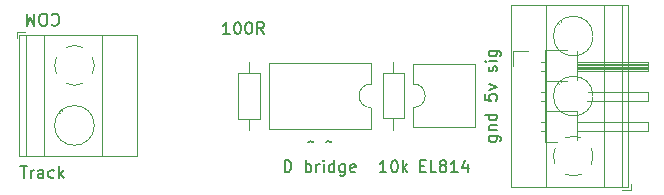
<source format=gbr>
%TF.GenerationSoftware,KiCad,Pcbnew,7.0.7*%
%TF.CreationDate,2024-02-24T13:28:42+01:00*%
%TF.ProjectId,current_sensor,63757272-656e-4745-9f73-656e736f722e,rev?*%
%TF.SameCoordinates,Original*%
%TF.FileFunction,Legend,Top*%
%TF.FilePolarity,Positive*%
%FSLAX46Y46*%
G04 Gerber Fmt 4.6, Leading zero omitted, Abs format (unit mm)*
G04 Created by KiCad (PCBNEW 7.0.7) date 2024-02-24 13:28:42*
%MOMM*%
%LPD*%
G01*
G04 APERTURE LIST*
%ADD10C,0.150000*%
%ADD11C,0.120000*%
%ADD12R,1.700000X1.700000*%
%ADD13O,1.700000X1.700000*%
%ADD14C,1.400000*%
%ADD15O,1.400000X1.400000*%
%ADD16C,3.200000*%
%ADD17R,2.600000X2.600000*%
%ADD18C,2.600000*%
%ADD19R,1.600000X1.600000*%
%ADD20O,1.600000X1.600000*%
G04 APERTURE END LIST*
D10*
X25009722Y-11934866D02*
X25057341Y-11887247D01*
X25057341Y-11887247D02*
X25152579Y-11839628D01*
X25152579Y-11839628D02*
X25343055Y-11934866D01*
X25343055Y-11934866D02*
X25438293Y-11887247D01*
X25438293Y-11887247D02*
X25485912Y-11839628D01*
X26485913Y-11934866D02*
X26533532Y-11887247D01*
X26533532Y-11887247D02*
X26628770Y-11839628D01*
X26628770Y-11839628D02*
X26819246Y-11934866D01*
X26819246Y-11934866D02*
X26914484Y-11887247D01*
X26914484Y-11887247D02*
X26962103Y-11839628D01*
X40288152Y-11404762D02*
X41097676Y-11404762D01*
X41097676Y-11404762D02*
X41192914Y-11452381D01*
X41192914Y-11452381D02*
X41240533Y-11500000D01*
X41240533Y-11500000D02*
X41288152Y-11595238D01*
X41288152Y-11595238D02*
X41288152Y-11738095D01*
X41288152Y-11738095D02*
X41240533Y-11833333D01*
X40907200Y-11404762D02*
X40954819Y-11500000D01*
X40954819Y-11500000D02*
X40954819Y-11690476D01*
X40954819Y-11690476D02*
X40907200Y-11785714D01*
X40907200Y-11785714D02*
X40859580Y-11833333D01*
X40859580Y-11833333D02*
X40764342Y-11880952D01*
X40764342Y-11880952D02*
X40478628Y-11880952D01*
X40478628Y-11880952D02*
X40383390Y-11833333D01*
X40383390Y-11833333D02*
X40335771Y-11785714D01*
X40335771Y-11785714D02*
X40288152Y-11690476D01*
X40288152Y-11690476D02*
X40288152Y-11500000D01*
X40288152Y-11500000D02*
X40335771Y-11404762D01*
X40288152Y-10928571D02*
X40954819Y-10928571D01*
X40383390Y-10928571D02*
X40335771Y-10880952D01*
X40335771Y-10880952D02*
X40288152Y-10785714D01*
X40288152Y-10785714D02*
X40288152Y-10642857D01*
X40288152Y-10642857D02*
X40335771Y-10547619D01*
X40335771Y-10547619D02*
X40431009Y-10500000D01*
X40431009Y-10500000D02*
X40954819Y-10500000D01*
X40954819Y-9595238D02*
X39954819Y-9595238D01*
X40907200Y-9595238D02*
X40954819Y-9690476D01*
X40954819Y-9690476D02*
X40954819Y-9880952D01*
X40954819Y-9880952D02*
X40907200Y-9976190D01*
X40907200Y-9976190D02*
X40859580Y-10023809D01*
X40859580Y-10023809D02*
X40764342Y-10071428D01*
X40764342Y-10071428D02*
X40478628Y-10071428D01*
X40478628Y-10071428D02*
X40383390Y-10023809D01*
X40383390Y-10023809D02*
X40335771Y-9976190D01*
X40335771Y-9976190D02*
X40288152Y-9880952D01*
X40288152Y-9880952D02*
X40288152Y-9690476D01*
X40288152Y-9690476D02*
X40335771Y-9595238D01*
X39954819Y-7880952D02*
X39954819Y-8357142D01*
X39954819Y-8357142D02*
X40431009Y-8404761D01*
X40431009Y-8404761D02*
X40383390Y-8357142D01*
X40383390Y-8357142D02*
X40335771Y-8261904D01*
X40335771Y-8261904D02*
X40335771Y-8023809D01*
X40335771Y-8023809D02*
X40383390Y-7928571D01*
X40383390Y-7928571D02*
X40431009Y-7880952D01*
X40431009Y-7880952D02*
X40526247Y-7833333D01*
X40526247Y-7833333D02*
X40764342Y-7833333D01*
X40764342Y-7833333D02*
X40859580Y-7880952D01*
X40859580Y-7880952D02*
X40907200Y-7928571D01*
X40907200Y-7928571D02*
X40954819Y-8023809D01*
X40954819Y-8023809D02*
X40954819Y-8261904D01*
X40954819Y-8261904D02*
X40907200Y-8357142D01*
X40907200Y-8357142D02*
X40859580Y-8404761D01*
X40288152Y-7499999D02*
X40954819Y-7261904D01*
X40954819Y-7261904D02*
X40288152Y-7023809D01*
X40907200Y-5928570D02*
X40954819Y-5833332D01*
X40954819Y-5833332D02*
X40954819Y-5642856D01*
X40954819Y-5642856D02*
X40907200Y-5547618D01*
X40907200Y-5547618D02*
X40811961Y-5499999D01*
X40811961Y-5499999D02*
X40764342Y-5499999D01*
X40764342Y-5499999D02*
X40669104Y-5547618D01*
X40669104Y-5547618D02*
X40621485Y-5642856D01*
X40621485Y-5642856D02*
X40621485Y-5785713D01*
X40621485Y-5785713D02*
X40573866Y-5880951D01*
X40573866Y-5880951D02*
X40478628Y-5928570D01*
X40478628Y-5928570D02*
X40431009Y-5928570D01*
X40431009Y-5928570D02*
X40335771Y-5880951D01*
X40335771Y-5880951D02*
X40288152Y-5785713D01*
X40288152Y-5785713D02*
X40288152Y-5642856D01*
X40288152Y-5642856D02*
X40335771Y-5547618D01*
X40954819Y-5071427D02*
X40288152Y-5071427D01*
X39954819Y-5071427D02*
X40002438Y-5119046D01*
X40002438Y-5119046D02*
X40050057Y-5071427D01*
X40050057Y-5071427D02*
X40002438Y-5023808D01*
X40002438Y-5023808D02*
X39954819Y-5071427D01*
X39954819Y-5071427D02*
X40050057Y-5071427D01*
X40288152Y-4166666D02*
X41097676Y-4166666D01*
X41097676Y-4166666D02*
X41192914Y-4214285D01*
X41192914Y-4214285D02*
X41240533Y-4261904D01*
X41240533Y-4261904D02*
X41288152Y-4357142D01*
X41288152Y-4357142D02*
X41288152Y-4499999D01*
X41288152Y-4499999D02*
X41240533Y-4595237D01*
X40907200Y-4166666D02*
X40954819Y-4261904D01*
X40954819Y-4261904D02*
X40954819Y-4452380D01*
X40954819Y-4452380D02*
X40907200Y-4547618D01*
X40907200Y-4547618D02*
X40859580Y-4595237D01*
X40859580Y-4595237D02*
X40764342Y-4642856D01*
X40764342Y-4642856D02*
X40478628Y-4642856D01*
X40478628Y-4642856D02*
X40383390Y-4595237D01*
X40383390Y-4595237D02*
X40335771Y-4547618D01*
X40335771Y-4547618D02*
X40288152Y-4452380D01*
X40288152Y-4452380D02*
X40288152Y-4261904D01*
X40288152Y-4261904D02*
X40335771Y-4166666D01*
X619047Y-13954819D02*
X1190475Y-13954819D01*
X904761Y-14954819D02*
X904761Y-13954819D01*
X1523809Y-14954819D02*
X1523809Y-14288152D01*
X1523809Y-14478628D02*
X1571428Y-14383390D01*
X1571428Y-14383390D02*
X1619047Y-14335771D01*
X1619047Y-14335771D02*
X1714285Y-14288152D01*
X1714285Y-14288152D02*
X1809523Y-14288152D01*
X2571428Y-14954819D02*
X2571428Y-14431009D01*
X2571428Y-14431009D02*
X2523809Y-14335771D01*
X2523809Y-14335771D02*
X2428571Y-14288152D01*
X2428571Y-14288152D02*
X2238095Y-14288152D01*
X2238095Y-14288152D02*
X2142857Y-14335771D01*
X2571428Y-14907200D02*
X2476190Y-14954819D01*
X2476190Y-14954819D02*
X2238095Y-14954819D01*
X2238095Y-14954819D02*
X2142857Y-14907200D01*
X2142857Y-14907200D02*
X2095238Y-14811961D01*
X2095238Y-14811961D02*
X2095238Y-14716723D01*
X2095238Y-14716723D02*
X2142857Y-14621485D01*
X2142857Y-14621485D02*
X2238095Y-14573866D01*
X2238095Y-14573866D02*
X2476190Y-14573866D01*
X2476190Y-14573866D02*
X2571428Y-14526247D01*
X3476190Y-14907200D02*
X3380952Y-14954819D01*
X3380952Y-14954819D02*
X3190476Y-14954819D01*
X3190476Y-14954819D02*
X3095238Y-14907200D01*
X3095238Y-14907200D02*
X3047619Y-14859580D01*
X3047619Y-14859580D02*
X3000000Y-14764342D01*
X3000000Y-14764342D02*
X3000000Y-14478628D01*
X3000000Y-14478628D02*
X3047619Y-14383390D01*
X3047619Y-14383390D02*
X3095238Y-14335771D01*
X3095238Y-14335771D02*
X3190476Y-14288152D01*
X3190476Y-14288152D02*
X3380952Y-14288152D01*
X3380952Y-14288152D02*
X3476190Y-14335771D01*
X3904762Y-14954819D02*
X3904762Y-13954819D01*
X4000000Y-14573866D02*
X4285714Y-14954819D01*
X4285714Y-14288152D02*
X3904762Y-14669104D01*
X3285714Y-1140419D02*
X3333333Y-1092800D01*
X3333333Y-1092800D02*
X3476190Y-1045180D01*
X3476190Y-1045180D02*
X3571428Y-1045180D01*
X3571428Y-1045180D02*
X3714285Y-1092800D01*
X3714285Y-1092800D02*
X3809523Y-1188038D01*
X3809523Y-1188038D02*
X3857142Y-1283276D01*
X3857142Y-1283276D02*
X3904761Y-1473752D01*
X3904761Y-1473752D02*
X3904761Y-1616609D01*
X3904761Y-1616609D02*
X3857142Y-1807085D01*
X3857142Y-1807085D02*
X3809523Y-1902323D01*
X3809523Y-1902323D02*
X3714285Y-1997561D01*
X3714285Y-1997561D02*
X3571428Y-2045180D01*
X3571428Y-2045180D02*
X3476190Y-2045180D01*
X3476190Y-2045180D02*
X3333333Y-1997561D01*
X3333333Y-1997561D02*
X3285714Y-1949942D01*
X2666666Y-2045180D02*
X2476190Y-2045180D01*
X2476190Y-2045180D02*
X2380952Y-1997561D01*
X2380952Y-1997561D02*
X2285714Y-1902323D01*
X2285714Y-1902323D02*
X2238095Y-1711847D01*
X2238095Y-1711847D02*
X2238095Y-1378514D01*
X2238095Y-1378514D02*
X2285714Y-1188038D01*
X2285714Y-1188038D02*
X2380952Y-1092800D01*
X2380952Y-1092800D02*
X2476190Y-1045180D01*
X2476190Y-1045180D02*
X2666666Y-1045180D01*
X2666666Y-1045180D02*
X2761904Y-1092800D01*
X2761904Y-1092800D02*
X2857142Y-1188038D01*
X2857142Y-1188038D02*
X2904761Y-1378514D01*
X2904761Y-1378514D02*
X2904761Y-1711847D01*
X2904761Y-1711847D02*
X2857142Y-1902323D01*
X2857142Y-1902323D02*
X2761904Y-1997561D01*
X2761904Y-1997561D02*
X2666666Y-2045180D01*
X1809523Y-1045180D02*
X1809523Y-2045180D01*
X1809523Y-2045180D02*
X1476190Y-1330895D01*
X1476190Y-1330895D02*
X1142857Y-2045180D01*
X1142857Y-2045180D02*
X1142857Y-1045180D01*
X23003809Y-14454819D02*
X23003809Y-13454819D01*
X23003809Y-13454819D02*
X23241904Y-13454819D01*
X23241904Y-13454819D02*
X23384761Y-13502438D01*
X23384761Y-13502438D02*
X23479999Y-13597676D01*
X23479999Y-13597676D02*
X23527618Y-13692914D01*
X23527618Y-13692914D02*
X23575237Y-13883390D01*
X23575237Y-13883390D02*
X23575237Y-14026247D01*
X23575237Y-14026247D02*
X23527618Y-14216723D01*
X23527618Y-14216723D02*
X23479999Y-14311961D01*
X23479999Y-14311961D02*
X23384761Y-14407200D01*
X23384761Y-14407200D02*
X23241904Y-14454819D01*
X23241904Y-14454819D02*
X23003809Y-14454819D01*
X24765714Y-14454819D02*
X24765714Y-13454819D01*
X24765714Y-13835771D02*
X24860952Y-13788152D01*
X24860952Y-13788152D02*
X25051428Y-13788152D01*
X25051428Y-13788152D02*
X25146666Y-13835771D01*
X25146666Y-13835771D02*
X25194285Y-13883390D01*
X25194285Y-13883390D02*
X25241904Y-13978628D01*
X25241904Y-13978628D02*
X25241904Y-14264342D01*
X25241904Y-14264342D02*
X25194285Y-14359580D01*
X25194285Y-14359580D02*
X25146666Y-14407200D01*
X25146666Y-14407200D02*
X25051428Y-14454819D01*
X25051428Y-14454819D02*
X24860952Y-14454819D01*
X24860952Y-14454819D02*
X24765714Y-14407200D01*
X25670476Y-14454819D02*
X25670476Y-13788152D01*
X25670476Y-13978628D02*
X25718095Y-13883390D01*
X25718095Y-13883390D02*
X25765714Y-13835771D01*
X25765714Y-13835771D02*
X25860952Y-13788152D01*
X25860952Y-13788152D02*
X25956190Y-13788152D01*
X26289524Y-14454819D02*
X26289524Y-13788152D01*
X26289524Y-13454819D02*
X26241905Y-13502438D01*
X26241905Y-13502438D02*
X26289524Y-13550057D01*
X26289524Y-13550057D02*
X26337143Y-13502438D01*
X26337143Y-13502438D02*
X26289524Y-13454819D01*
X26289524Y-13454819D02*
X26289524Y-13550057D01*
X27194285Y-14454819D02*
X27194285Y-13454819D01*
X27194285Y-14407200D02*
X27099047Y-14454819D01*
X27099047Y-14454819D02*
X26908571Y-14454819D01*
X26908571Y-14454819D02*
X26813333Y-14407200D01*
X26813333Y-14407200D02*
X26765714Y-14359580D01*
X26765714Y-14359580D02*
X26718095Y-14264342D01*
X26718095Y-14264342D02*
X26718095Y-13978628D01*
X26718095Y-13978628D02*
X26765714Y-13883390D01*
X26765714Y-13883390D02*
X26813333Y-13835771D01*
X26813333Y-13835771D02*
X26908571Y-13788152D01*
X26908571Y-13788152D02*
X27099047Y-13788152D01*
X27099047Y-13788152D02*
X27194285Y-13835771D01*
X28099047Y-13788152D02*
X28099047Y-14597676D01*
X28099047Y-14597676D02*
X28051428Y-14692914D01*
X28051428Y-14692914D02*
X28003809Y-14740533D01*
X28003809Y-14740533D02*
X27908571Y-14788152D01*
X27908571Y-14788152D02*
X27765714Y-14788152D01*
X27765714Y-14788152D02*
X27670476Y-14740533D01*
X28099047Y-14407200D02*
X28003809Y-14454819D01*
X28003809Y-14454819D02*
X27813333Y-14454819D01*
X27813333Y-14454819D02*
X27718095Y-14407200D01*
X27718095Y-14407200D02*
X27670476Y-14359580D01*
X27670476Y-14359580D02*
X27622857Y-14264342D01*
X27622857Y-14264342D02*
X27622857Y-13978628D01*
X27622857Y-13978628D02*
X27670476Y-13883390D01*
X27670476Y-13883390D02*
X27718095Y-13835771D01*
X27718095Y-13835771D02*
X27813333Y-13788152D01*
X27813333Y-13788152D02*
X28003809Y-13788152D01*
X28003809Y-13788152D02*
X28099047Y-13835771D01*
X28956190Y-14407200D02*
X28860952Y-14454819D01*
X28860952Y-14454819D02*
X28670476Y-14454819D01*
X28670476Y-14454819D02*
X28575238Y-14407200D01*
X28575238Y-14407200D02*
X28527619Y-14311961D01*
X28527619Y-14311961D02*
X28527619Y-13931009D01*
X28527619Y-13931009D02*
X28575238Y-13835771D01*
X28575238Y-13835771D02*
X28670476Y-13788152D01*
X28670476Y-13788152D02*
X28860952Y-13788152D01*
X28860952Y-13788152D02*
X28956190Y-13835771D01*
X28956190Y-13835771D02*
X29003809Y-13931009D01*
X29003809Y-13931009D02*
X29003809Y-14026247D01*
X29003809Y-14026247D02*
X28527619Y-14121485D01*
X31615761Y-14454819D02*
X31044333Y-14454819D01*
X31330047Y-14454819D02*
X31330047Y-13454819D01*
X31330047Y-13454819D02*
X31234809Y-13597676D01*
X31234809Y-13597676D02*
X31139571Y-13692914D01*
X31139571Y-13692914D02*
X31044333Y-13740533D01*
X32234809Y-13454819D02*
X32330047Y-13454819D01*
X32330047Y-13454819D02*
X32425285Y-13502438D01*
X32425285Y-13502438D02*
X32472904Y-13550057D01*
X32472904Y-13550057D02*
X32520523Y-13645295D01*
X32520523Y-13645295D02*
X32568142Y-13835771D01*
X32568142Y-13835771D02*
X32568142Y-14073866D01*
X32568142Y-14073866D02*
X32520523Y-14264342D01*
X32520523Y-14264342D02*
X32472904Y-14359580D01*
X32472904Y-14359580D02*
X32425285Y-14407200D01*
X32425285Y-14407200D02*
X32330047Y-14454819D01*
X32330047Y-14454819D02*
X32234809Y-14454819D01*
X32234809Y-14454819D02*
X32139571Y-14407200D01*
X32139571Y-14407200D02*
X32091952Y-14359580D01*
X32091952Y-14359580D02*
X32044333Y-14264342D01*
X32044333Y-14264342D02*
X31996714Y-14073866D01*
X31996714Y-14073866D02*
X31996714Y-13835771D01*
X31996714Y-13835771D02*
X32044333Y-13645295D01*
X32044333Y-13645295D02*
X32091952Y-13550057D01*
X32091952Y-13550057D02*
X32139571Y-13502438D01*
X32139571Y-13502438D02*
X32234809Y-13454819D01*
X32996714Y-14454819D02*
X32996714Y-13454819D01*
X33091952Y-14073866D02*
X33377666Y-14454819D01*
X33377666Y-13788152D02*
X32996714Y-14169104D01*
X18333333Y-2764819D02*
X17761905Y-2764819D01*
X18047619Y-2764819D02*
X18047619Y-1764819D01*
X18047619Y-1764819D02*
X17952381Y-1907676D01*
X17952381Y-1907676D02*
X17857143Y-2002914D01*
X17857143Y-2002914D02*
X17761905Y-2050533D01*
X18952381Y-1764819D02*
X19047619Y-1764819D01*
X19047619Y-1764819D02*
X19142857Y-1812438D01*
X19142857Y-1812438D02*
X19190476Y-1860057D01*
X19190476Y-1860057D02*
X19238095Y-1955295D01*
X19238095Y-1955295D02*
X19285714Y-2145771D01*
X19285714Y-2145771D02*
X19285714Y-2383866D01*
X19285714Y-2383866D02*
X19238095Y-2574342D01*
X19238095Y-2574342D02*
X19190476Y-2669580D01*
X19190476Y-2669580D02*
X19142857Y-2717200D01*
X19142857Y-2717200D02*
X19047619Y-2764819D01*
X19047619Y-2764819D02*
X18952381Y-2764819D01*
X18952381Y-2764819D02*
X18857143Y-2717200D01*
X18857143Y-2717200D02*
X18809524Y-2669580D01*
X18809524Y-2669580D02*
X18761905Y-2574342D01*
X18761905Y-2574342D02*
X18714286Y-2383866D01*
X18714286Y-2383866D02*
X18714286Y-2145771D01*
X18714286Y-2145771D02*
X18761905Y-1955295D01*
X18761905Y-1955295D02*
X18809524Y-1860057D01*
X18809524Y-1860057D02*
X18857143Y-1812438D01*
X18857143Y-1812438D02*
X18952381Y-1764819D01*
X19904762Y-1764819D02*
X20000000Y-1764819D01*
X20000000Y-1764819D02*
X20095238Y-1812438D01*
X20095238Y-1812438D02*
X20142857Y-1860057D01*
X20142857Y-1860057D02*
X20190476Y-1955295D01*
X20190476Y-1955295D02*
X20238095Y-2145771D01*
X20238095Y-2145771D02*
X20238095Y-2383866D01*
X20238095Y-2383866D02*
X20190476Y-2574342D01*
X20190476Y-2574342D02*
X20142857Y-2669580D01*
X20142857Y-2669580D02*
X20095238Y-2717200D01*
X20095238Y-2717200D02*
X20000000Y-2764819D01*
X20000000Y-2764819D02*
X19904762Y-2764819D01*
X19904762Y-2764819D02*
X19809524Y-2717200D01*
X19809524Y-2717200D02*
X19761905Y-2669580D01*
X19761905Y-2669580D02*
X19714286Y-2574342D01*
X19714286Y-2574342D02*
X19666667Y-2383866D01*
X19666667Y-2383866D02*
X19666667Y-2145771D01*
X19666667Y-2145771D02*
X19714286Y-1955295D01*
X19714286Y-1955295D02*
X19761905Y-1860057D01*
X19761905Y-1860057D02*
X19809524Y-1812438D01*
X19809524Y-1812438D02*
X19904762Y-1764819D01*
X21238095Y-2764819D02*
X20904762Y-2288628D01*
X20666667Y-2764819D02*
X20666667Y-1764819D01*
X20666667Y-1764819D02*
X21047619Y-1764819D01*
X21047619Y-1764819D02*
X21142857Y-1812438D01*
X21142857Y-1812438D02*
X21190476Y-1860057D01*
X21190476Y-1860057D02*
X21238095Y-1955295D01*
X21238095Y-1955295D02*
X21238095Y-2098152D01*
X21238095Y-2098152D02*
X21190476Y-2193390D01*
X21190476Y-2193390D02*
X21142857Y-2241009D01*
X21142857Y-2241009D02*
X21047619Y-2288628D01*
X21047619Y-2288628D02*
X20666667Y-2288628D01*
X34452381Y-13931009D02*
X34785714Y-13931009D01*
X34928571Y-14454819D02*
X34452381Y-14454819D01*
X34452381Y-14454819D02*
X34452381Y-13454819D01*
X34452381Y-13454819D02*
X34928571Y-13454819D01*
X35833333Y-14454819D02*
X35357143Y-14454819D01*
X35357143Y-14454819D02*
X35357143Y-13454819D01*
X36309524Y-13883390D02*
X36214286Y-13835771D01*
X36214286Y-13835771D02*
X36166667Y-13788152D01*
X36166667Y-13788152D02*
X36119048Y-13692914D01*
X36119048Y-13692914D02*
X36119048Y-13645295D01*
X36119048Y-13645295D02*
X36166667Y-13550057D01*
X36166667Y-13550057D02*
X36214286Y-13502438D01*
X36214286Y-13502438D02*
X36309524Y-13454819D01*
X36309524Y-13454819D02*
X36500000Y-13454819D01*
X36500000Y-13454819D02*
X36595238Y-13502438D01*
X36595238Y-13502438D02*
X36642857Y-13550057D01*
X36642857Y-13550057D02*
X36690476Y-13645295D01*
X36690476Y-13645295D02*
X36690476Y-13692914D01*
X36690476Y-13692914D02*
X36642857Y-13788152D01*
X36642857Y-13788152D02*
X36595238Y-13835771D01*
X36595238Y-13835771D02*
X36500000Y-13883390D01*
X36500000Y-13883390D02*
X36309524Y-13883390D01*
X36309524Y-13883390D02*
X36214286Y-13931009D01*
X36214286Y-13931009D02*
X36166667Y-13978628D01*
X36166667Y-13978628D02*
X36119048Y-14073866D01*
X36119048Y-14073866D02*
X36119048Y-14264342D01*
X36119048Y-14264342D02*
X36166667Y-14359580D01*
X36166667Y-14359580D02*
X36214286Y-14407200D01*
X36214286Y-14407200D02*
X36309524Y-14454819D01*
X36309524Y-14454819D02*
X36500000Y-14454819D01*
X36500000Y-14454819D02*
X36595238Y-14407200D01*
X36595238Y-14407200D02*
X36642857Y-14359580D01*
X36642857Y-14359580D02*
X36690476Y-14264342D01*
X36690476Y-14264342D02*
X36690476Y-14073866D01*
X36690476Y-14073866D02*
X36642857Y-13978628D01*
X36642857Y-13978628D02*
X36595238Y-13931009D01*
X36595238Y-13931009D02*
X36500000Y-13883390D01*
X37642857Y-14454819D02*
X37071429Y-14454819D01*
X37357143Y-14454819D02*
X37357143Y-13454819D01*
X37357143Y-13454819D02*
X37261905Y-13597676D01*
X37261905Y-13597676D02*
X37166667Y-13692914D01*
X37166667Y-13692914D02*
X37071429Y-13740533D01*
X38500000Y-13788152D02*
X38500000Y-14454819D01*
X38261905Y-13407200D02*
X38023810Y-14121485D01*
X38023810Y-14121485D02*
X38642857Y-14121485D01*
D11*
%TO.C,J1203*%
X42355000Y-4205000D02*
X43625000Y-4205000D01*
X42355000Y-5475000D02*
X42355000Y-4205000D01*
X44667929Y-7635000D02*
X45065000Y-7635000D01*
X44667929Y-8395000D02*
X45065000Y-8395000D01*
X44667929Y-10175000D02*
X45065000Y-10175000D01*
X44667929Y-10935000D02*
X45065000Y-10935000D01*
X44735000Y-5095000D02*
X45065000Y-5095000D01*
X44735000Y-5855000D02*
X45065000Y-5855000D01*
X45065000Y-4145000D02*
X45065000Y-11885000D01*
X45065000Y-6745000D02*
X47725000Y-6745000D01*
X45065000Y-9285000D02*
X47725000Y-9285000D01*
X45065000Y-11885000D02*
X47725000Y-11885000D01*
X47725000Y-4145000D02*
X45065000Y-4145000D01*
X47725000Y-5095000D02*
X53725000Y-5095000D01*
X47725000Y-5155000D02*
X53725000Y-5155000D01*
X47725000Y-5275000D02*
X53725000Y-5275000D01*
X47725000Y-5395000D02*
X53725000Y-5395000D01*
X47725000Y-5515000D02*
X53725000Y-5515000D01*
X47725000Y-5635000D02*
X53725000Y-5635000D01*
X47725000Y-5755000D02*
X53725000Y-5755000D01*
X47725000Y-7635000D02*
X53725000Y-7635000D01*
X47725000Y-10175000D02*
X53725000Y-10175000D01*
X47725000Y-11885000D02*
X47725000Y-4145000D01*
X53725000Y-5095000D02*
X53725000Y-5855000D01*
X53725000Y-5855000D02*
X47725000Y-5855000D01*
X53725000Y-7635000D02*
X53725000Y-8395000D01*
X53725000Y-8395000D02*
X47725000Y-8395000D01*
X53725000Y-10175000D02*
X53725000Y-10935000D01*
X53725000Y-10935000D02*
X47725000Y-10935000D01*
%TO.C,R1202*%
X32211000Y-10860000D02*
X32211000Y-9910000D01*
X31291000Y-9910000D02*
X33131000Y-9910000D01*
X33131000Y-9910000D02*
X33131000Y-6070000D01*
X31291000Y-6070000D02*
X31291000Y-9910000D01*
X33131000Y-6070000D02*
X31291000Y-6070000D01*
X32211000Y-5120000D02*
X32211000Y-6070000D01*
%TO.C,J1202*%
X51590000Y-15940000D02*
X52330000Y-15940000D01*
X52330000Y-15940000D02*
X52330000Y-15440000D01*
X42169000Y-15700000D02*
X52090000Y-15700000D01*
X42169000Y-15700000D02*
X42169000Y-340000D01*
X45129000Y-15700000D02*
X45129000Y-340000D01*
X50030000Y-15700000D02*
X50030000Y-340000D01*
X51530000Y-15700000D02*
X51530000Y-340000D01*
X52090000Y-15700000D02*
X52090000Y-340000D01*
X48453000Y-9247000D02*
X48499000Y-9294000D01*
X48669000Y-9054000D02*
X48704000Y-9089000D01*
X46155000Y-6950000D02*
X46191000Y-6985000D01*
X46361000Y-6745000D02*
X46407000Y-6792000D01*
X48453000Y-4167000D02*
X48499000Y-4214000D01*
X48669000Y-3974000D02*
X48704000Y-4009000D01*
X46155000Y-1870000D02*
X46191000Y-1905000D01*
X46361000Y-1665000D02*
X46407000Y-1712000D01*
X42169000Y-340000D02*
X52090000Y-340000D01*
X46746001Y-14634999D02*
G75*
G03*
X48113042Y-14635426I684000J1534992D01*
G01*
X45895001Y-12416001D02*
G75*
G03*
X45894574Y-13783042I1534992J-684000D01*
G01*
X48964999Y-13784000D02*
G75*
G03*
X49110252Y-13071195I-1535000J683999D01*
G01*
X49109999Y-13100000D02*
G75*
G03*
X48964755Y-12416682I-1679999J0D01*
G01*
X48114000Y-11565000D02*
G75*
G03*
X46746958Y-11564574I-684000J-1535000D01*
G01*
X49110000Y-8020000D02*
G75*
G03*
X49110000Y-8020000I-1680000J0D01*
G01*
X49110000Y-2940000D02*
G75*
G03*
X49110000Y-2940000I-1680000J0D01*
G01*
%TO.C,J1201*%
X1035000Y-2580000D02*
X295000Y-2580000D01*
X295000Y-2580000D02*
X295000Y-3080000D01*
X10456000Y-2820000D02*
X535000Y-2820000D01*
X10456000Y-2820000D02*
X10456000Y-13100000D01*
X7496000Y-2820000D02*
X7496000Y-13100000D01*
X2595000Y-2820000D02*
X2595000Y-13100000D01*
X1095000Y-2820000D02*
X1095000Y-13100000D01*
X535000Y-2820000D02*
X535000Y-13100000D01*
X4172000Y-9273000D02*
X4126000Y-9226000D01*
X3956000Y-9466000D02*
X3921000Y-9431000D01*
X6470000Y-11570000D02*
X6434000Y-11535000D01*
X6264000Y-11775000D02*
X6218000Y-11728000D01*
X10456000Y-13100000D02*
X535000Y-13100000D01*
X5878999Y-3885001D02*
G75*
G03*
X4511958Y-3884574I-684000J-1534992D01*
G01*
X6729999Y-6103999D02*
G75*
G03*
X6730426Y-4736958I-1534992J684000D01*
G01*
X3660001Y-4736000D02*
G75*
G03*
X3514748Y-5448805I1535000J-683999D01*
G01*
X3515001Y-5420000D02*
G75*
G03*
X3660245Y-6103318I1679999J0D01*
G01*
X4511000Y-6955000D02*
G75*
G03*
X5878042Y-6955426I684000J1535000D01*
G01*
X6875000Y-10500000D02*
G75*
G03*
X6875000Y-10500000I-1680000J0D01*
G01*
%TO.C,D1201*%
X30300000Y-5230000D02*
X21700000Y-5230000D01*
X21700000Y-5230000D02*
X21700000Y-10770000D01*
X30300000Y-7000000D02*
X30300000Y-5230000D01*
X30300000Y-10770000D02*
X30300000Y-9000000D01*
X21700000Y-10770000D02*
X30300000Y-10770000D01*
X30300000Y-7000000D02*
G75*
G03*
X30300000Y-9000000I0J-1000000D01*
G01*
%TO.C,R1201*%
X19980000Y-10870000D02*
X19980000Y-9920000D01*
X19060000Y-9920000D02*
X20900000Y-9920000D01*
X20900000Y-9920000D02*
X20900000Y-6080000D01*
X19060000Y-6080000D02*
X19060000Y-9920000D01*
X20900000Y-6080000D02*
X19060000Y-6080000D01*
X19980000Y-5130000D02*
X19980000Y-6080000D01*
%TO.C,U1201*%
X33895000Y-10640000D02*
X39095000Y-10640000D01*
X39095000Y-10640000D02*
X39095000Y-5340000D01*
X33895000Y-8990000D02*
X33895000Y-10640000D01*
X33895000Y-5340000D02*
X33895000Y-6990000D01*
X39095000Y-5340000D02*
X33895000Y-5340000D01*
X33895000Y-8990000D02*
G75*
G03*
X33895000Y-6990000I0J1000000D01*
G01*
%TD*%
%LPC*%
D12*
%TO.C,J1203*%
X43625000Y-5475000D03*
D13*
X43625000Y-8015000D03*
X43625000Y-10555000D03*
%TD*%
D14*
%TO.C,R1202*%
X32211000Y-11800000D03*
D15*
X32211000Y-4180000D03*
%TD*%
D16*
%TO.C,REF\u002A\u002A*%
X15000000Y-8000000D03*
%TD*%
D17*
%TO.C,J1202*%
X47430000Y-13100000D03*
D18*
X47430000Y-8020000D03*
X47430000Y-2940000D03*
%TD*%
D17*
%TO.C,J1201*%
X5195000Y-5420000D03*
D18*
X5195000Y-10500000D03*
%TD*%
D19*
%TO.C,D1201*%
X28400000Y-4190000D03*
D20*
X23320000Y-4190000D03*
X23320000Y-11810000D03*
X28400000Y-11810000D03*
%TD*%
D14*
%TO.C,R1201*%
X19980000Y-11810000D03*
D15*
X19980000Y-4190000D03*
%TD*%
D19*
%TO.C,U1201*%
X35225000Y-11800000D03*
D20*
X37765000Y-11800000D03*
X37765000Y-4180000D03*
X35225000Y-4180000D03*
%TD*%
%LPD*%
M02*

</source>
